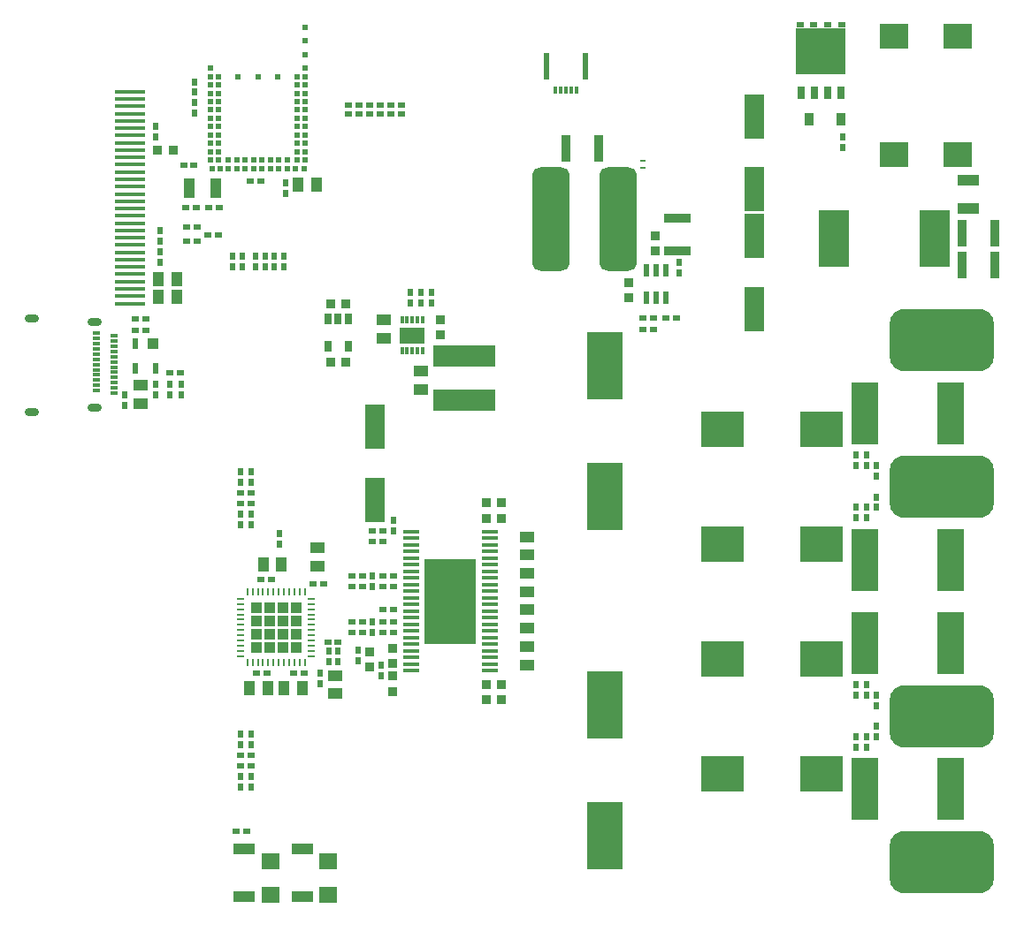
<source format=gtp>
G04*
G04 #@! TF.GenerationSoftware,Altium Limited,Altium Designer,19.0.10 (269)*
G04*
G04 Layer_Color=8421504*
%FSLAX25Y25*%
%MOIN*%
G70*
G01*
G75*
%ADD19C,0.03150*%
%ADD20R,0.04173X0.04173*%
%ADD21R,0.02756X0.01181*%
%ADD22R,0.07992X0.04488*%
%ADD23R,0.02756X0.02165*%
%ADD24R,0.02559X0.04724*%
G04:AMPARAMS|DCode=25|XSize=43.31mil|YSize=74.8mil|CornerRadius=0mil|HoleSize=0mil|Usage=FLASHONLY|Rotation=180.000|XOffset=0mil|YOffset=0mil|HoleType=Round|Shape=RoundedRectangle|*
%AMROUNDEDRECTD25*
21,1,0.04331,0.07480,0,0,180.0*
21,1,0.04331,0.07480,0,0,180.0*
1,1,0.00000,-0.02165,0.03740*
1,1,0.00000,0.02165,0.03740*
1,1,0.00000,0.02165,-0.03740*
1,1,0.00000,-0.02165,-0.03740*
%
%ADD25ROUNDEDRECTD25*%
%ADD26R,0.07087X0.05906*%
%ADD27R,0.02362X0.02756*%
%ADD28R,0.02756X0.02362*%
%ADD29R,0.09843X0.23622*%
%ADD30R,0.07874X0.03937*%
%ADD31R,0.09843X0.03543*%
%ADD32R,0.03543X0.09843*%
%ADD33R,0.05512X0.04331*%
%ADD34R,0.04331X0.05512*%
%ADD35R,0.03740X0.03740*%
%ADD36R,0.03740X0.03740*%
%ADD37R,0.23622X0.07874*%
%ADD38R,0.16142X0.13780*%
%ADD39R,0.11417X0.21260*%
G04:AMPARAMS|DCode=40|XSize=141.73mil|YSize=393.7mil|CornerRadius=35.43mil|HoleSize=0mil|Usage=FLASHONLY|Rotation=0.000|XOffset=0mil|YOffset=0mil|HoleType=Round|Shape=RoundedRectangle|*
%AMROUNDEDRECTD40*
21,1,0.14173,0.32284,0,0,0.0*
21,1,0.07087,0.39370,0,0,0.0*
1,1,0.07087,0.03543,-0.16142*
1,1,0.07087,-0.03543,-0.16142*
1,1,0.07087,-0.03543,0.16142*
1,1,0.07087,0.03543,0.16142*
%
%ADD40ROUNDEDRECTD40*%
%ADD41R,0.02362X0.04724*%
G04:AMPARAMS|DCode=42|XSize=194.88mil|YSize=321.26mil|CornerRadius=0mil|HoleSize=0mil|Usage=FLASHONLY|Rotation=0.000|XOffset=0mil|YOffset=0mil|HoleType=Round|Shape=RoundedRectangle|*
%AMROUNDEDRECTD42*
21,1,0.19488,0.32126,0,0,0.0*
21,1,0.19488,0.32126,0,0,0.0*
1,1,0.00000,0.09744,-0.16063*
1,1,0.00000,-0.09744,-0.16063*
1,1,0.00000,-0.09744,0.16063*
1,1,0.00000,0.09744,0.16063*
%
%ADD42ROUNDEDRECTD42*%
G04:AMPARAMS|DCode=43|XSize=15.75mil|YSize=57.09mil|CornerRadius=0.55mil|HoleSize=0mil|Usage=FLASHONLY|Rotation=90.000|XOffset=0mil|YOffset=0mil|HoleType=Round|Shape=RoundedRectangle|*
%AMROUNDEDRECTD43*
21,1,0.01575,0.05598,0,0,90.0*
21,1,0.01465,0.05709,0,0,90.0*
1,1,0.00110,0.02799,0.00732*
1,1,0.00110,0.02799,-0.00732*
1,1,0.00110,-0.02799,-0.00732*
1,1,0.00110,-0.02799,0.00732*
%
%ADD43ROUNDEDRECTD43*%
%ADD44R,0.03937X0.03937*%
%ADD45R,0.02362X0.03937*%
G04:AMPARAMS|DCode=46|XSize=9.45mil|YSize=23.62mil|CornerRadius=1.42mil|HoleSize=0mil|Usage=FLASHONLY|Rotation=90.000|XOffset=0mil|YOffset=0mil|HoleType=Round|Shape=RoundedRectangle|*
%AMROUNDEDRECTD46*
21,1,0.00945,0.02079,0,0,90.0*
21,1,0.00661,0.02362,0,0,90.0*
1,1,0.00284,0.01039,0.00331*
1,1,0.00284,0.01039,-0.00331*
1,1,0.00284,-0.01039,-0.00331*
1,1,0.00284,-0.01039,0.00331*
%
%ADD46ROUNDEDRECTD46*%
G04:AMPARAMS|DCode=47|XSize=9.45mil|YSize=23.62mil|CornerRadius=1.42mil|HoleSize=0mil|Usage=FLASHONLY|Rotation=0.000|XOffset=0mil|YOffset=0mil|HoleType=Round|Shape=RoundedRectangle|*
%AMROUNDEDRECTD47*
21,1,0.00945,0.02079,0,0,0.0*
21,1,0.00661,0.02362,0,0,0.0*
1,1,0.00284,0.00331,-0.01039*
1,1,0.00284,-0.00331,-0.01039*
1,1,0.00284,-0.00331,0.01039*
1,1,0.00284,0.00331,0.01039*
%
%ADD47ROUNDEDRECTD47*%
%ADD48R,0.09252X0.06221*%
%ADD49R,0.01181X0.02756*%
%ADD50R,0.02598X0.03937*%
G04:AMPARAMS|DCode=51|XSize=19.68mil|YSize=19.68mil|CornerRadius=0mil|HoleSize=0mil|Usage=FLASHONLY|Rotation=180.000|XOffset=0mil|YOffset=0mil|HoleType=Round|Shape=RoundedRectangle|*
%AMROUNDEDRECTD51*
21,1,0.01968,0.01968,0,0,180.0*
21,1,0.01968,0.01968,0,0,180.0*
1,1,0.00000,-0.00984,0.00984*
1,1,0.00000,0.00984,0.00984*
1,1,0.00000,0.00984,-0.00984*
1,1,0.00000,-0.00984,-0.00984*
%
%ADD51ROUNDEDRECTD51*%
%ADD52R,0.01968X0.01968*%
G04:AMPARAMS|DCode=53|XSize=19.68mil|YSize=19.68mil|CornerRadius=0mil|HoleSize=0mil|Usage=FLASHONLY|Rotation=90.000|XOffset=0mil|YOffset=0mil|HoleType=Round|Shape=RoundedRectangle|*
%AMROUNDEDRECTD53*
21,1,0.01968,0.01968,0,0,90.0*
21,1,0.01968,0.01968,0,0,90.0*
1,1,0.00000,0.00984,0.00984*
1,1,0.00000,0.00984,-0.00984*
1,1,0.00000,-0.00984,-0.00984*
1,1,0.00000,-0.00984,0.00984*
%
%ADD53ROUNDEDRECTD53*%
%ADD54R,0.11811X0.01575*%
%ADD55R,0.07480X0.16535*%
%ADD56R,0.13780X0.25591*%
%ADD57R,0.01850X0.00827*%
%ADD58R,0.03543X0.04724*%
%ADD59R,0.03543X0.04724*%
G04:AMPARAMS|DCode=60|XSize=236.22mil|YSize=393.7mil|CornerRadius=59.06mil|HoleSize=0mil|Usage=FLASHONLY|Rotation=90.000|XOffset=0mil|YOffset=0mil|HoleType=Round|Shape=RoundedRectangle|*
%AMROUNDEDRECTD60*
21,1,0.23622,0.27559,0,0,90.0*
21,1,0.11811,0.39370,0,0,90.0*
1,1,0.11811,0.13780,0.05906*
1,1,0.11811,0.13780,-0.05906*
1,1,0.11811,-0.13780,-0.05906*
1,1,0.11811,-0.13780,0.05906*
%
%ADD60ROUNDEDRECTD60*%
%ADD61R,0.11024X0.09449*%
%ADD62R,0.01378X0.03150*%
%ADD63R,0.02362X0.10236*%
%ADD64R,0.18504X0.17717*%
D19*
X27559Y189252D02*
X29921D01*
X27559Y221772D02*
X29921D01*
X4134Y223189D02*
X6496D01*
X4134Y187835D02*
X6496D01*
D20*
X104882Y98858D02*
D03*
X99921D02*
D03*
X104882Y103819D02*
D03*
X99921D02*
D03*
X104882Y108780D02*
D03*
X99921D02*
D03*
X94961Y103819D02*
D03*
Y108780D02*
D03*
Y98858D02*
D03*
X90000D02*
D03*
Y103819D02*
D03*
Y108780D02*
D03*
X104882Y113740D02*
D03*
X99921D02*
D03*
X94961D02*
D03*
X90000D02*
D03*
D21*
X29567Y217323D02*
D03*
Y215354D02*
D03*
Y213386D02*
D03*
Y211417D02*
D03*
Y209449D02*
D03*
Y207480D02*
D03*
Y205512D02*
D03*
Y203543D02*
D03*
Y201575D02*
D03*
Y199606D02*
D03*
Y197638D02*
D03*
X36260Y194685D02*
D03*
Y196653D02*
D03*
Y198622D02*
D03*
Y200591D02*
D03*
Y202559D02*
D03*
Y204528D02*
D03*
Y206496D02*
D03*
Y208465D02*
D03*
Y210433D02*
D03*
Y212402D02*
D03*
Y214370D02*
D03*
Y216339D02*
D03*
X29567Y195669D02*
D03*
D22*
X358268Y274941D02*
D03*
Y264429D02*
D03*
D23*
X310630Y333612D02*
D03*
X305374D02*
D03*
X300138D02*
D03*
X294882D02*
D03*
D24*
X310256Y308120D02*
D03*
X305256D02*
D03*
X300256D02*
D03*
X295256D02*
D03*
D25*
X64764Y272047D02*
D03*
X74606D02*
D03*
D26*
X95472Y18110D02*
D03*
Y5512D02*
D03*
X117126Y18110D02*
D03*
Y5512D02*
D03*
D27*
X117323Y97244D02*
D03*
Y93307D02*
D03*
X120866Y97244D02*
D03*
Y93307D02*
D03*
X40500Y190031D02*
D03*
Y193968D02*
D03*
X323819Y163386D02*
D03*
Y167323D02*
D03*
Y151575D02*
D03*
Y155512D02*
D03*
Y76772D02*
D03*
Y80709D02*
D03*
X128347Y97638D02*
D03*
Y93701D02*
D03*
X323819Y64961D02*
D03*
Y68898D02*
D03*
X137008Y88189D02*
D03*
Y92126D02*
D03*
X84646Y242520D02*
D03*
Y246457D02*
D03*
X81102Y242520D02*
D03*
Y246457D02*
D03*
X88000Y161031D02*
D03*
Y164969D02*
D03*
X84000Y164969D02*
D03*
Y161031D02*
D03*
Y49968D02*
D03*
Y46031D02*
D03*
X88000Y46031D02*
D03*
Y49968D02*
D03*
X249410Y239961D02*
D03*
Y243898D02*
D03*
X155905Y232677D02*
D03*
Y228740D02*
D03*
X151969Y232677D02*
D03*
Y228740D02*
D03*
X148031Y232677D02*
D03*
Y228740D02*
D03*
X52165Y291339D02*
D03*
Y295276D02*
D03*
X53543Y255968D02*
D03*
Y252031D02*
D03*
Y248031D02*
D03*
Y244094D02*
D03*
X98819Y141732D02*
D03*
Y137795D02*
D03*
X89764Y242520D02*
D03*
Y246457D02*
D03*
X93307Y242520D02*
D03*
Y246457D02*
D03*
X96850Y242520D02*
D03*
Y246457D02*
D03*
X100394Y242520D02*
D03*
Y246457D02*
D03*
X311024Y291339D02*
D03*
Y287402D02*
D03*
X141732Y142717D02*
D03*
Y146654D02*
D03*
X319882Y167323D02*
D03*
Y171260D02*
D03*
X315945D02*
D03*
Y167323D02*
D03*
Y147638D02*
D03*
Y151575D02*
D03*
X319882D02*
D03*
Y147638D02*
D03*
Y80708D02*
D03*
Y84645D02*
D03*
X315945D02*
D03*
Y80708D02*
D03*
Y61023D02*
D03*
Y64960D02*
D03*
X319882D02*
D03*
Y61023D02*
D03*
X101181Y270078D02*
D03*
Y274016D02*
D03*
X114173Y88976D02*
D03*
Y85039D02*
D03*
X88000Y148968D02*
D03*
Y145031D02*
D03*
X84000Y148968D02*
D03*
Y145031D02*
D03*
X84000Y65969D02*
D03*
Y62032D02*
D03*
X133858Y125590D02*
D03*
Y121653D02*
D03*
X88000Y62032D02*
D03*
Y65969D02*
D03*
X133858Y104331D02*
D03*
Y108268D02*
D03*
X57335Y197968D02*
D03*
Y194031D02*
D03*
X61665D02*
D03*
Y197968D02*
D03*
X52000D02*
D03*
Y194031D02*
D03*
X66732Y308267D02*
D03*
Y312205D02*
D03*
Y304330D02*
D03*
Y300394D02*
D03*
D28*
X57531Y202500D02*
D03*
X61468D02*
D03*
X86221Y29528D02*
D03*
X82284D02*
D03*
X137795Y142717D02*
D03*
X133858D02*
D03*
X133858Y138779D02*
D03*
X137795D02*
D03*
Y125591D02*
D03*
X141732D02*
D03*
X137795Y121653D02*
D03*
X141732D02*
D03*
X137795Y108268D02*
D03*
X141732D02*
D03*
X137795Y113189D02*
D03*
X141732D02*
D03*
X137795Y104331D02*
D03*
X141732D02*
D03*
X84031Y153000D02*
D03*
X87968D02*
D03*
X125984Y125591D02*
D03*
X129921D02*
D03*
X87968Y58000D02*
D03*
X84031D02*
D03*
X125984Y121653D02*
D03*
X129921D02*
D03*
X125984Y108268D02*
D03*
X129921D02*
D03*
X125984Y104331D02*
D03*
X129921D02*
D03*
X48425Y218307D02*
D03*
X44488D02*
D03*
X48425Y222638D02*
D03*
X44488D02*
D03*
X239776Y223063D02*
D03*
X235839D02*
D03*
X248437D02*
D03*
X244500D02*
D03*
X140701Y299925D02*
D03*
X144638D02*
D03*
X140701Y303425D02*
D03*
X144638D02*
D03*
X136638D02*
D03*
X132701D02*
D03*
X136638Y299925D02*
D03*
X132701D02*
D03*
X62598Y280709D02*
D03*
X66535D02*
D03*
X63779Y257480D02*
D03*
X67716D02*
D03*
X71653Y254331D02*
D03*
X75591D02*
D03*
X63779Y251969D02*
D03*
X67716D02*
D03*
X63386Y264567D02*
D03*
X67323D02*
D03*
X72047Y264567D02*
D03*
X75984D02*
D03*
X91732Y274803D02*
D03*
X87795D02*
D03*
X115355Y122835D02*
D03*
X111417D02*
D03*
X94094Y88976D02*
D03*
X90157D02*
D03*
X95705Y124500D02*
D03*
X91768D02*
D03*
X103937Y88976D02*
D03*
X107874D02*
D03*
X84031Y157000D02*
D03*
X87968D02*
D03*
X87969Y54000D02*
D03*
X84032D02*
D03*
X239776Y218732D02*
D03*
X235839D02*
D03*
X128638Y299925D02*
D03*
X124701D02*
D03*
Y303425D02*
D03*
X128638D02*
D03*
X120866Y100787D02*
D03*
X116929D02*
D03*
D29*
X351772Y187008D02*
D03*
X319488D02*
D03*
Y131890D02*
D03*
X351772D02*
D03*
Y100394D02*
D03*
X319488D02*
D03*
Y45276D02*
D03*
X351772D02*
D03*
D30*
X85433Y22835D02*
D03*
Y4724D02*
D03*
X107283Y22835D02*
D03*
Y4724D02*
D03*
D31*
X248622Y260630D02*
D03*
Y248425D02*
D03*
D32*
X218898Y287008D02*
D03*
X206693D02*
D03*
X368307Y243110D02*
D03*
X356102D02*
D03*
X368307Y254921D02*
D03*
X356102D02*
D03*
D33*
X191929Y140453D02*
D03*
Y133563D02*
D03*
Y126673D02*
D03*
Y119783D02*
D03*
Y112894D02*
D03*
Y106004D02*
D03*
Y99114D02*
D03*
Y92224D02*
D03*
X113000Y129555D02*
D03*
Y136445D02*
D03*
X119685Y88189D02*
D03*
Y81299D02*
D03*
X46500Y197708D02*
D03*
Y190819D02*
D03*
X151969Y196161D02*
D03*
Y203051D02*
D03*
X138189Y222342D02*
D03*
Y215453D02*
D03*
D34*
X105807Y273425D02*
D03*
X112697D02*
D03*
X94390Y83465D02*
D03*
X87500D02*
D03*
X92555Y130000D02*
D03*
X99445D02*
D03*
X107382Y83465D02*
D03*
X100492D02*
D03*
X53150Y237795D02*
D03*
X60039D02*
D03*
X53150Y231102D02*
D03*
X60039D02*
D03*
D35*
X176575Y147539D02*
D03*
Y153248D02*
D03*
X182480Y147539D02*
D03*
Y153248D02*
D03*
X132677Y97146D02*
D03*
Y91437D02*
D03*
X182480Y84744D02*
D03*
Y79035D02*
D03*
X141240Y98524D02*
D03*
Y92815D02*
D03*
Y82185D02*
D03*
Y87894D02*
D03*
X176575Y84744D02*
D03*
Y79035D02*
D03*
X240366Y254067D02*
D03*
Y248358D02*
D03*
X230512Y236516D02*
D03*
Y230807D02*
D03*
X159449Y216831D02*
D03*
Y222539D02*
D03*
D36*
X118012Y228543D02*
D03*
X123721D02*
D03*
X118012Y206496D02*
D03*
X123721D02*
D03*
X58563Y286417D02*
D03*
X52854D02*
D03*
D37*
X168504Y208661D02*
D03*
Y192126D02*
D03*
D38*
X265748Y181102D02*
D03*
X303150D02*
D03*
Y137795D02*
D03*
X265748D02*
D03*
Y94488D02*
D03*
X303150D02*
D03*
Y51181D02*
D03*
X265748D02*
D03*
D39*
X345866Y252953D02*
D03*
X307677D02*
D03*
D40*
X201181Y260433D02*
D03*
X226378D02*
D03*
D41*
X237020Y230740D02*
D03*
X240760D02*
D03*
X244500D02*
D03*
Y240976D02*
D03*
X240760D02*
D03*
X237020D02*
D03*
D42*
X163189Y116142D02*
D03*
D43*
X177953Y89892D02*
D03*
Y92392D02*
D03*
Y94892D02*
D03*
Y97392D02*
D03*
Y99892D02*
D03*
Y102392D02*
D03*
Y104892D02*
D03*
Y107392D02*
D03*
Y109892D02*
D03*
Y112392D02*
D03*
Y114892D02*
D03*
Y117392D02*
D03*
Y119892D02*
D03*
Y122392D02*
D03*
Y124892D02*
D03*
Y127392D02*
D03*
Y129892D02*
D03*
Y132392D02*
D03*
Y134892D02*
D03*
Y137392D02*
D03*
Y139892D02*
D03*
Y142392D02*
D03*
X148425Y89892D02*
D03*
Y92392D02*
D03*
Y94892D02*
D03*
Y97392D02*
D03*
Y99892D02*
D03*
Y102392D02*
D03*
Y104892D02*
D03*
Y107392D02*
D03*
Y109892D02*
D03*
Y112392D02*
D03*
Y114892D02*
D03*
Y117392D02*
D03*
Y119892D02*
D03*
Y122392D02*
D03*
Y124892D02*
D03*
Y127392D02*
D03*
Y129892D02*
D03*
Y132392D02*
D03*
Y134892D02*
D03*
Y137392D02*
D03*
Y139892D02*
D03*
Y142392D02*
D03*
D44*
X51181Y213386D02*
D03*
D45*
X44488D02*
D03*
Y203937D02*
D03*
X51968D02*
D03*
D46*
X84055Y117126D02*
D03*
Y115157D02*
D03*
Y113189D02*
D03*
Y111221D02*
D03*
Y109252D02*
D03*
Y107283D02*
D03*
Y105315D02*
D03*
Y103347D02*
D03*
Y101378D02*
D03*
Y99410D02*
D03*
Y97441D02*
D03*
Y95473D02*
D03*
X110827D02*
D03*
Y97441D02*
D03*
Y99410D02*
D03*
Y101378D02*
D03*
Y103347D02*
D03*
Y105315D02*
D03*
Y107283D02*
D03*
Y109252D02*
D03*
Y111221D02*
D03*
Y113189D02*
D03*
Y115157D02*
D03*
Y117126D02*
D03*
D47*
X86614Y92913D02*
D03*
X88583D02*
D03*
X90551D02*
D03*
X92520D02*
D03*
X94488D02*
D03*
X96457D02*
D03*
X98425D02*
D03*
X100394D02*
D03*
X102362D02*
D03*
X104331D02*
D03*
X106299D02*
D03*
X108268D02*
D03*
Y119685D02*
D03*
X106299D02*
D03*
X104331D02*
D03*
X102362D02*
D03*
X100394D02*
D03*
X98425D02*
D03*
X96457D02*
D03*
X94488D02*
D03*
X92520D02*
D03*
X90551D02*
D03*
X88583D02*
D03*
X86614D02*
D03*
D48*
X148819Y216535D02*
D03*
D49*
X152756Y222342D02*
D03*
X150787D02*
D03*
X148819D02*
D03*
X146850D02*
D03*
X144882D02*
D03*
Y210728D02*
D03*
X146850D02*
D03*
X148819D02*
D03*
X150787D02*
D03*
X152756D02*
D03*
D50*
X124573Y212412D02*
D03*
X117092D02*
D03*
Y222648D02*
D03*
X120832D02*
D03*
X124573D02*
D03*
D51*
X72638Y314173D02*
D03*
X108465Y282677D02*
D03*
X72638Y311024D02*
D03*
Y307874D02*
D03*
Y304724D02*
D03*
Y301575D02*
D03*
Y298425D02*
D03*
Y295276D02*
D03*
Y292126D02*
D03*
Y288976D02*
D03*
Y285827D02*
D03*
Y282677D02*
D03*
X108465Y285827D02*
D03*
Y288976D02*
D03*
Y292126D02*
D03*
Y295276D02*
D03*
Y298425D02*
D03*
Y301575D02*
D03*
Y304724D02*
D03*
Y307874D02*
D03*
Y311024D02*
D03*
Y314173D02*
D03*
Y317323D02*
D03*
X72638D02*
D03*
X108465Y322441D02*
D03*
Y327559D02*
D03*
Y332677D02*
D03*
D52*
X75787Y314173D02*
D03*
X79527Y282677D02*
D03*
X105315Y285827D02*
D03*
X75787Y311024D02*
D03*
Y307874D02*
D03*
Y304724D02*
D03*
Y301575D02*
D03*
Y298425D02*
D03*
Y295276D02*
D03*
Y292126D02*
D03*
Y288976D02*
D03*
Y285827D02*
D03*
Y282677D02*
D03*
X82677D02*
D03*
X85827D02*
D03*
X88976D02*
D03*
X92126D02*
D03*
X95276D02*
D03*
X98425D02*
D03*
X101575D02*
D03*
X105315D02*
D03*
Y288976D02*
D03*
Y292126D02*
D03*
Y295276D02*
D03*
Y298425D02*
D03*
Y301575D02*
D03*
Y304724D02*
D03*
Y307874D02*
D03*
Y311024D02*
D03*
Y314173D02*
D03*
X90551D02*
D03*
X83169D02*
D03*
X97933D02*
D03*
D53*
X73228Y279528D02*
D03*
X76378D02*
D03*
X79527D02*
D03*
X82677D02*
D03*
X85827D02*
D03*
X88976D02*
D03*
X92126D02*
D03*
X95276D02*
D03*
X98425D02*
D03*
X101575D02*
D03*
X104724D02*
D03*
X107874D02*
D03*
D54*
X42323Y308465D02*
D03*
Y305709D02*
D03*
Y302953D02*
D03*
Y300197D02*
D03*
Y297441D02*
D03*
Y294685D02*
D03*
Y291929D02*
D03*
Y289173D02*
D03*
Y286417D02*
D03*
Y283661D02*
D03*
Y280906D02*
D03*
Y278150D02*
D03*
Y275394D02*
D03*
Y272638D02*
D03*
Y269882D02*
D03*
Y267126D02*
D03*
Y264370D02*
D03*
Y261614D02*
D03*
Y258858D02*
D03*
Y256102D02*
D03*
Y253346D02*
D03*
Y250590D02*
D03*
Y247835D02*
D03*
Y245079D02*
D03*
Y242323D02*
D03*
Y239567D02*
D03*
Y236811D02*
D03*
Y234055D02*
D03*
Y231299D02*
D03*
Y228543D02*
D03*
D55*
X134843Y182087D02*
D03*
Y154527D02*
D03*
X277559Y299213D02*
D03*
Y271654D02*
D03*
Y226378D02*
D03*
Y253937D02*
D03*
D56*
X221457Y76968D02*
D03*
Y27756D02*
D03*
X221457Y155709D02*
D03*
Y204921D02*
D03*
D57*
X235728Y279705D02*
D03*
Y282303D02*
D03*
D58*
X310331Y298031D02*
D03*
D59*
X298331D02*
D03*
D60*
X348425Y214567D02*
D03*
Y159449D02*
D03*
Y72835D02*
D03*
Y17717D02*
D03*
D61*
X330315Y284646D02*
D03*
Y329528D02*
D03*
X354331D02*
D03*
Y284646D02*
D03*
D62*
X210630Y308957D02*
D03*
X208661D02*
D03*
X206693D02*
D03*
X204724D02*
D03*
X202756D02*
D03*
D63*
X214173Y318012D02*
D03*
X199213D02*
D03*
D64*
X302756Y323868D02*
D03*
M02*

</source>
